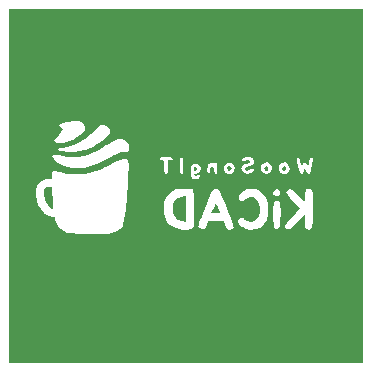
<source format=gbr>
%TF.GenerationSoftware,KiCad,Pcbnew,(6.0.7)*%
%TF.CreationDate,2022-08-22T17:26:44+09:00*%
%TF.ProjectId,LedRouletteShield,4c656452-6f75-46c6-9574-746553686965,rev?*%
%TF.SameCoordinates,Original*%
%TF.FileFunction,Legend,Bot*%
%TF.FilePolarity,Positive*%
%FSLAX46Y46*%
G04 Gerber Fmt 4.6, Leading zero omitted, Abs format (unit mm)*
G04 Created by KiCad (PCBNEW (6.0.7)) date 2022-08-22 17:26:44*
%MOMM*%
%LPD*%
G01*
G04 APERTURE LIST*
G04 APERTURE END LIST*
%TO.C,G\u002A\u002A\u002A*%
G36*
X176766954Y-53011680D02*
G01*
X176843676Y-53112414D01*
X176834042Y-53258936D01*
X176792964Y-53309879D01*
X176677499Y-53349007D01*
X176644107Y-53346950D01*
X176574142Y-53300409D01*
X176555520Y-53168865D01*
X176556913Y-53119550D01*
X176588427Y-53016224D01*
X176677499Y-52988723D01*
X176766954Y-53011680D01*
G37*
G36*
X164572195Y-55255508D02*
G01*
X164575283Y-55299144D01*
X164597841Y-55604366D01*
X164621781Y-55910116D01*
X164642412Y-56156217D01*
X164647314Y-56212047D01*
X164659228Y-56393065D01*
X164649291Y-56488315D01*
X164609358Y-56525297D01*
X164531287Y-56531513D01*
X164480209Y-56526004D01*
X164312991Y-56436776D01*
X164154484Y-56253993D01*
X164016334Y-55997847D01*
X163910185Y-55688529D01*
X163847682Y-55346229D01*
X163834800Y-55187921D01*
X163843884Y-54960744D01*
X163907215Y-54820660D01*
X164036276Y-54749749D01*
X164242550Y-54730094D01*
X164535283Y-54730094D01*
X164572195Y-55255508D01*
G37*
G36*
X182800996Y-52989210D02*
G01*
X182850727Y-53102027D01*
X182845549Y-53203301D01*
X182790679Y-53296261D01*
X182747579Y-53321708D01*
X182652247Y-53339668D01*
X182562642Y-53261821D01*
X182549904Y-53245378D01*
X182504356Y-53110957D01*
X182552967Y-53002975D01*
X182681165Y-52958700D01*
X182800996Y-52989210D01*
G37*
G36*
X175895000Y-56551529D02*
G01*
X175893859Y-56834453D01*
X175889708Y-57141435D01*
X175883059Y-57388532D01*
X175874484Y-57555675D01*
X175864553Y-57622796D01*
X175795546Y-57638909D01*
X175645876Y-57625655D01*
X175460133Y-57586792D01*
X175279206Y-57531132D01*
X175143984Y-57467489D01*
X175013777Y-57352113D01*
X174864341Y-57102720D01*
X174780296Y-56785149D01*
X174770400Y-56423870D01*
X174792389Y-56240589D01*
X174872872Y-55966943D01*
X175016723Y-55767223D01*
X175238749Y-55615885D01*
X175248077Y-55611240D01*
X175456629Y-55540185D01*
X175669823Y-55510802D01*
X175895000Y-55510709D01*
X175895000Y-56551529D01*
G37*
G36*
X178439413Y-56145684D02*
G01*
X178503629Y-56264705D01*
X178586484Y-56441329D01*
X178673970Y-56645399D01*
X178752082Y-56846761D01*
X178760532Y-56900236D01*
X178720558Y-56933491D01*
X178607066Y-56948401D01*
X178396813Y-56951844D01*
X178003508Y-56951844D01*
X178189164Y-56531513D01*
X178208597Y-56487961D01*
X178299161Y-56296709D01*
X178371321Y-56162531D01*
X178410915Y-56112207D01*
X178439413Y-56145684D01*
G37*
G36*
X184258758Y-52935978D02*
G01*
X184360835Y-53011177D01*
X184385927Y-53134109D01*
X184319328Y-53262673D01*
X184262607Y-53308683D01*
X184147579Y-53323202D01*
X184041152Y-53218488D01*
X184006790Y-53087605D01*
X184065736Y-52974879D01*
X184202661Y-52928676D01*
X184258758Y-52935978D01*
G37*
G36*
X160883180Y-69621820D02*
G01*
X160883180Y-55362290D01*
X163171508Y-55362290D01*
X163254761Y-55830185D01*
X163382388Y-56221830D01*
X163572690Y-56583607D01*
X163826856Y-56886155D01*
X163938528Y-56979726D01*
X164140987Y-57105114D01*
X164351713Y-57196943D01*
X164536675Y-57241414D01*
X164661839Y-57224726D01*
X164693100Y-57215082D01*
X164748962Y-57263286D01*
X164787039Y-57399081D01*
X164870255Y-57678026D01*
X164941662Y-57875544D01*
X165013179Y-58017041D01*
X165096724Y-58127918D01*
X165204217Y-58233578D01*
X165290319Y-58302622D01*
X165522228Y-58445448D01*
X165758443Y-58548030D01*
X165828199Y-58568156D01*
X165969497Y-58597480D01*
X166149170Y-58620170D01*
X166383559Y-58637284D01*
X166689007Y-58649878D01*
X167081857Y-58659010D01*
X167578452Y-58665736D01*
X167890097Y-58668425D01*
X168291697Y-58670006D01*
X168648214Y-58669284D01*
X168940899Y-58666384D01*
X169151003Y-58661430D01*
X169259776Y-58654548D01*
X169640969Y-58571137D01*
X170004631Y-58440041D01*
X170292306Y-58279235D01*
X170404205Y-58193430D01*
X170484509Y-58107068D01*
X170539331Y-57995454D01*
X170583621Y-57827497D01*
X170632329Y-57572107D01*
X170661957Y-57403121D01*
X170716347Y-57058278D01*
X170764752Y-56694477D01*
X170791617Y-56451483D01*
X173991447Y-56451483D01*
X174027770Y-56918129D01*
X174120493Y-57283694D01*
X174291950Y-57645680D01*
X174535777Y-57919594D01*
X174861848Y-58115900D01*
X175280041Y-58245064D01*
X175648476Y-58308809D01*
X176003734Y-58332016D01*
X176268834Y-58299948D01*
X176435426Y-58212837D01*
X176442697Y-58205439D01*
X176478182Y-58161317D01*
X176505344Y-58101989D01*
X176516699Y-58051027D01*
X176927272Y-58051027D01*
X176939608Y-58096226D01*
X177039564Y-58217152D01*
X177195455Y-58285386D01*
X177359828Y-58276221D01*
X177422390Y-58232186D01*
X177531186Y-58099938D01*
X177634792Y-57921083D01*
X177783330Y-57612364D01*
X179061190Y-57612364D01*
X179164424Y-57882677D01*
X179198100Y-57961164D01*
X179297180Y-58133023D01*
X179396108Y-58242961D01*
X179430321Y-58266823D01*
X179525155Y-58320449D01*
X179607792Y-58315939D01*
X179738026Y-58255484D01*
X179842272Y-58174661D01*
X179905518Y-58060053D01*
X179894622Y-58000882D01*
X179844559Y-57841865D01*
X179785274Y-57674334D01*
X180284979Y-57674334D01*
X180339603Y-57854617D01*
X180375774Y-57902117D01*
X180502013Y-58013522D01*
X180571089Y-58060053D01*
X180669840Y-58126574D01*
X180976009Y-58256615D01*
X181363150Y-58313989D01*
X181756273Y-58273974D01*
X182126179Y-58140041D01*
X182443668Y-57915662D01*
X182519548Y-57834998D01*
X182708922Y-57520232D01*
X182822103Y-57115987D01*
X182828051Y-57034721D01*
X183280816Y-57034721D01*
X183280945Y-57188117D01*
X183283153Y-57529930D01*
X183289455Y-57776501D01*
X183301603Y-57945986D01*
X183321347Y-58056544D01*
X183350438Y-58126332D01*
X183390627Y-58173506D01*
X183512548Y-58252700D01*
X183660462Y-58253319D01*
X183787894Y-58136266D01*
X183819026Y-58068893D01*
X183837888Y-57982876D01*
X184266028Y-57982876D01*
X184278901Y-58073948D01*
X184335538Y-58157093D01*
X184348752Y-58171345D01*
X184445658Y-58248941D01*
X184549678Y-58270795D01*
X184674927Y-58229737D01*
X184835515Y-58118598D01*
X185045557Y-57930209D01*
X185319166Y-57657399D01*
X185920469Y-57041915D01*
X185921683Y-57553968D01*
X185921688Y-57555976D01*
X185931896Y-57863213D01*
X185962505Y-58071222D01*
X186016372Y-58199476D01*
X186103329Y-58281386D01*
X186274996Y-58331122D01*
X186449407Y-58282754D01*
X186501101Y-58232094D01*
X186549981Y-58127833D01*
X186587078Y-57963898D01*
X186613684Y-57728229D01*
X186631089Y-57408765D01*
X186640585Y-56993446D01*
X186643464Y-56470211D01*
X186643202Y-56227066D01*
X186639787Y-55795999D01*
X186629869Y-55465457D01*
X186610276Y-55222172D01*
X186577837Y-55052875D01*
X186529380Y-54944296D01*
X186461732Y-54883169D01*
X186371721Y-54856222D01*
X186256176Y-54850189D01*
X186245010Y-54850232D01*
X186126733Y-54862648D01*
X186050362Y-54911520D01*
X186006924Y-55017721D01*
X185987443Y-55202123D01*
X185982943Y-55485597D01*
X185982822Y-55523486D01*
X185977375Y-55730232D01*
X185965451Y-55875920D01*
X185949281Y-55931040D01*
X185903607Y-55897615D01*
X185789345Y-55794463D01*
X185625614Y-55638263D01*
X185430609Y-55446031D01*
X185281578Y-55299186D01*
X185050754Y-55087225D01*
X184873295Y-54953925D01*
X184733458Y-54890690D01*
X184615500Y-54888930D01*
X184503680Y-54940049D01*
X184489975Y-54949245D01*
X184403004Y-55029206D01*
X184373356Y-55121915D01*
X184407459Y-55240849D01*
X184408891Y-55243028D01*
X184511738Y-55399484D01*
X184692619Y-55611296D01*
X184956527Y-55889762D01*
X185551388Y-56501489D01*
X185167010Y-56898446D01*
X184932606Y-57140521D01*
X184814162Y-57263517D01*
X184570985Y-57524199D01*
X184403970Y-57721793D01*
X184305017Y-57870088D01*
X184266028Y-57982876D01*
X183837888Y-57982876D01*
X183847493Y-57939071D01*
X183866888Y-57740858D01*
X183878774Y-57457046D01*
X183884714Y-57070426D01*
X183885341Y-56898446D01*
X183882592Y-56585374D01*
X183875258Y-56321448D01*
X183864132Y-56130310D01*
X183850007Y-56035604D01*
X183843916Y-56022040D01*
X183736381Y-55922753D01*
X183574224Y-55887457D01*
X183406503Y-55928047D01*
X183366198Y-55953651D01*
X183331702Y-55996456D01*
X183308002Y-56070522D01*
X183293082Y-56193615D01*
X183284922Y-56383502D01*
X183281907Y-56625697D01*
X183281506Y-56657948D01*
X183280816Y-57034721D01*
X182828051Y-57034721D01*
X182857988Y-56625697D01*
X182855032Y-56514758D01*
X182788300Y-56051929D01*
X182640676Y-55648608D01*
X182421065Y-55315784D01*
X182387209Y-55285683D01*
X183239079Y-55285683D01*
X183354224Y-55417233D01*
X183510907Y-55496092D01*
X183667300Y-55484752D01*
X183798351Y-55358131D01*
X183849270Y-55243028D01*
X183841828Y-55088465D01*
X183758711Y-54970162D01*
X183626401Y-54906842D01*
X183471385Y-54917229D01*
X183320146Y-55020047D01*
X183242642Y-55137243D01*
X183239079Y-55285683D01*
X182387209Y-55285683D01*
X182138371Y-55064446D01*
X181801497Y-54905585D01*
X181419350Y-54850189D01*
X181400990Y-54850317D01*
X181073880Y-54895845D01*
X180783306Y-55012861D01*
X180550038Y-55186171D01*
X180394845Y-55400580D01*
X180338499Y-55640894D01*
X180349999Y-55750566D01*
X180425703Y-55882895D01*
X180559954Y-55923310D01*
X180738448Y-55869930D01*
X180946879Y-55720875D01*
X181090939Y-55613323D01*
X181327035Y-55526673D01*
X181552375Y-55543264D01*
X181755779Y-55652749D01*
X181926071Y-55844783D01*
X182052072Y-56109019D01*
X182122604Y-56435111D01*
X182126490Y-56812713D01*
X182121929Y-56859855D01*
X182045864Y-57169211D01*
X181888285Y-57400914D01*
X181636915Y-57574059D01*
X181558523Y-57611822D01*
X181435259Y-57652848D01*
X181318633Y-57643736D01*
X181150130Y-57585911D01*
X181076499Y-57555563D01*
X180914330Y-57472571D01*
X180816255Y-57399038D01*
X180790589Y-57374693D01*
X180649157Y-57320590D01*
X180481298Y-57323078D01*
X180350508Y-57384184D01*
X180293870Y-57494841D01*
X180284979Y-57674334D01*
X179785274Y-57674334D01*
X179760799Y-57605173D01*
X179650588Y-57309057D01*
X179521177Y-56971767D01*
X179379813Y-56611552D01*
X179233744Y-56246662D01*
X179090218Y-55895348D01*
X178956485Y-55575859D01*
X178839792Y-55306446D01*
X178747388Y-55105358D01*
X178686521Y-54990845D01*
X178647451Y-54943368D01*
X178492190Y-54860348D01*
X178313725Y-54863224D01*
X178160504Y-54955272D01*
X178106868Y-55044453D01*
X178019363Y-55226179D01*
X177905940Y-55481381D01*
X177773922Y-55791673D01*
X177630634Y-56138671D01*
X177483400Y-56503989D01*
X177450464Y-56587613D01*
X177339544Y-56869240D01*
X177206389Y-57216041D01*
X177091261Y-57526006D01*
X177001482Y-57780749D01*
X176944378Y-57961884D01*
X176927272Y-58051027D01*
X176516699Y-58051027D01*
X176525289Y-58012473D01*
X176539125Y-57877783D01*
X176547959Y-57682936D01*
X176552898Y-57412948D01*
X176555049Y-57052835D01*
X176555520Y-56587613D01*
X176555329Y-56447101D01*
X176551459Y-55974920D01*
X176542918Y-55580072D01*
X176530114Y-55273238D01*
X176513459Y-55065099D01*
X176493360Y-54966336D01*
X176493252Y-54966134D01*
X176453747Y-54914283D01*
X176386536Y-54880653D01*
X176268533Y-54861485D01*
X176076652Y-54853022D01*
X175787805Y-54851508D01*
X175515580Y-54855658D01*
X175253496Y-54873076D01*
X175058986Y-54907485D01*
X174902887Y-54962542D01*
X174759678Y-55037517D01*
X174444941Y-55291049D01*
X174207208Y-55621910D01*
X174053652Y-56014066D01*
X173991447Y-56451483D01*
X170791617Y-56451483D01*
X170809304Y-56291509D01*
X170852137Y-55829166D01*
X170895382Y-55287238D01*
X170941173Y-54645516D01*
X170955279Y-54437469D01*
X170988476Y-53922584D01*
X171011486Y-53509874D01*
X171024260Y-53186400D01*
X171026749Y-52939226D01*
X171018904Y-52755414D01*
X171000676Y-52622027D01*
X170972016Y-52526127D01*
X170932874Y-52454776D01*
X170854483Y-52376658D01*
X170738423Y-52335101D01*
X170578114Y-52340625D01*
X170361889Y-52396301D01*
X170078081Y-52505200D01*
X169715022Y-52670396D01*
X169261044Y-52894959D01*
X168989295Y-53031513D01*
X168580249Y-53228287D01*
X168236942Y-53376109D01*
X167934838Y-53481775D01*
X167649400Y-53552080D01*
X167356092Y-53593822D01*
X167030377Y-53613796D01*
X166647719Y-53618799D01*
X166560828Y-53618637D01*
X166226093Y-53613840D01*
X165965654Y-53598978D01*
X165742003Y-53569452D01*
X165517634Y-53520662D01*
X165255042Y-53448010D01*
X165086283Y-53401026D01*
X164858951Y-53346227D01*
X164690810Y-53316300D01*
X164609534Y-53316868D01*
X164582491Y-53366994D01*
X164556222Y-53509756D01*
X164546064Y-53704530D01*
X164546064Y-54052965D01*
X164230816Y-54048742D01*
X164011737Y-54062153D01*
X163689168Y-54159858D01*
X163439958Y-54345847D01*
X163268009Y-54612998D01*
X163177225Y-54954187D01*
X163171508Y-55362290D01*
X160883180Y-55362290D01*
X160883180Y-52060673D01*
X164576307Y-52060673D01*
X164615219Y-52203096D01*
X164775220Y-52469387D01*
X165043748Y-52702946D01*
X165408078Y-52889350D01*
X165858459Y-53022172D01*
X165926136Y-53035329D01*
X166236896Y-53075482D01*
X166588204Y-53096643D01*
X166940357Y-53098344D01*
X167253650Y-53080114D01*
X167488381Y-53041483D01*
X167728141Y-52973556D01*
X167986104Y-52888717D01*
X168241551Y-52788133D01*
X168520915Y-52660389D01*
X168850628Y-52494074D01*
X169218771Y-52298180D01*
X173613203Y-52298180D01*
X173631434Y-52351651D01*
X173739443Y-52421652D01*
X173918351Y-52448298D01*
X173942731Y-52449501D01*
X173991218Y-52472388D01*
X174018621Y-52542988D01*
X174030780Y-52685410D01*
X174033534Y-52923765D01*
X174033593Y-52939226D01*
X174033717Y-52971858D01*
X174039759Y-53204913D01*
X174052628Y-53391259D01*
X174069982Y-53494214D01*
X174090295Y-53531512D01*
X174187552Y-53588059D01*
X174293739Y-53549165D01*
X174301715Y-53530543D01*
X174318128Y-53414241D01*
X174329511Y-53220355D01*
X174333771Y-52978715D01*
X174334301Y-52868629D01*
X175384598Y-52868629D01*
X175385018Y-53093779D01*
X175388989Y-53316432D01*
X175400579Y-53455220D01*
X175423847Y-53531163D01*
X175462851Y-53565288D01*
X175521649Y-53578615D01*
X175577199Y-53583565D01*
X175616358Y-53566970D01*
X175638982Y-53508726D01*
X175648482Y-53389230D01*
X175648266Y-53188879D01*
X175646824Y-53122384D01*
X176279408Y-53122384D01*
X176282557Y-53349659D01*
X176286446Y-53389230D01*
X176305699Y-53585124D01*
X176345130Y-53786127D01*
X176397146Y-53910016D01*
X176512569Y-53997516D01*
X176687530Y-54034637D01*
X176867164Y-54006446D01*
X177012636Y-53920123D01*
X177085110Y-53782847D01*
X177079472Y-53686083D01*
X177007044Y-53654460D01*
X176862896Y-53718767D01*
X176846897Y-53727877D01*
X176718120Y-53757049D01*
X176604445Y-53727824D01*
X176555520Y-53651128D01*
X176589373Y-53611283D01*
X176698986Y-53589196D01*
X176727359Y-53588156D01*
X176921518Y-53521731D01*
X177061918Y-53374656D01*
X177108869Y-53204676D01*
X177696419Y-53204676D01*
X177699007Y-53388344D01*
X177712792Y-53518982D01*
X177744679Y-53574130D01*
X177801501Y-53578066D01*
X177852191Y-53553466D01*
X177904577Y-53453942D01*
X177936608Y-53258415D01*
X177940375Y-53222387D01*
X177967840Y-53056897D01*
X178011866Y-52978500D01*
X178086726Y-52958700D01*
X178101201Y-52959095D01*
X178170234Y-52986266D01*
X178210691Y-53076541D01*
X178236844Y-53258415D01*
X178253406Y-53383109D01*
X178297620Y-53523978D01*
X178367733Y-53577254D01*
X178418922Y-53573513D01*
X178470906Y-53503372D01*
X178507645Y-53335995D01*
X178513550Y-53292360D01*
X178528383Y-53092039D01*
X179076651Y-53092039D01*
X179094493Y-53294616D01*
X179197601Y-53469101D01*
X179237552Y-53502765D01*
X179425841Y-53577395D01*
X179643963Y-53576963D01*
X179840005Y-53499051D01*
X179862403Y-53482015D01*
X179980899Y-53314564D01*
X180007602Y-53141836D01*
X180578688Y-53141836D01*
X180609795Y-53311915D01*
X180736904Y-53464743D01*
X180843017Y-53530356D01*
X181078523Y-53590229D01*
X181315566Y-53560299D01*
X181512150Y-53441807D01*
X181524992Y-53428720D01*
X181620432Y-53312618D01*
X181659539Y-53229757D01*
X181656626Y-53212136D01*
X182216260Y-53212136D01*
X182224969Y-53229757D01*
X182324418Y-53430980D01*
X182358880Y-53471662D01*
X182491783Y-53564027D01*
X182680343Y-53589196D01*
X182741185Y-53587513D01*
X182908710Y-53546332D01*
X183036268Y-53430980D01*
X183074758Y-53376284D01*
X183134753Y-53212136D01*
X183717442Y-53212136D01*
X183825600Y-53430980D01*
X183936328Y-53528572D01*
X184136944Y-53593496D01*
X184348962Y-53567751D01*
X184531342Y-53450220D01*
X184600982Y-53359212D01*
X184665226Y-53166076D01*
X184640709Y-52978411D01*
X184546340Y-52814895D01*
X184401030Y-52694202D01*
X184223686Y-52635009D01*
X184033218Y-52655993D01*
X183848536Y-52775828D01*
X183835389Y-52789427D01*
X183720996Y-52989976D01*
X183718084Y-53171989D01*
X183717442Y-53212136D01*
X183134753Y-53212136D01*
X183149426Y-53171989D01*
X183132864Y-52977052D01*
X183044094Y-52809559D01*
X182902136Y-52687602D01*
X182726013Y-52629268D01*
X182534745Y-52652647D01*
X182347353Y-52775828D01*
X182334207Y-52789427D01*
X182219814Y-52989976D01*
X182216260Y-53212136D01*
X181656626Y-53212136D01*
X181653414Y-53192700D01*
X181583183Y-53134423D01*
X181464994Y-53143625D01*
X181337366Y-53221316D01*
X181223916Y-53307207D01*
X181069426Y-53341851D01*
X180939606Y-53259701D01*
X180912224Y-53220883D01*
X180896060Y-53103012D01*
X180989765Y-53009862D01*
X181185998Y-52950641D01*
X181296130Y-52926881D01*
X181509355Y-52828804D01*
X181629481Y-52687084D01*
X181647513Y-52516800D01*
X181554456Y-52333029D01*
X181518183Y-52295674D01*
X181414067Y-52239103D01*
X185254827Y-52239103D01*
X185257763Y-52379009D01*
X185297699Y-52604457D01*
X185374630Y-52929805D01*
X185432790Y-53148957D01*
X185438424Y-53166076D01*
X185516572Y-53403540D01*
X185594730Y-53547555D01*
X185673007Y-53586276D01*
X185757147Y-53524975D01*
X185852891Y-53368926D01*
X185969749Y-53141145D01*
X186063353Y-53365170D01*
X186084872Y-53411991D01*
X186182729Y-53546569D01*
X186284813Y-53591682D01*
X186369457Y-53535287D01*
X186384998Y-53495186D01*
X186426602Y-53355133D01*
X186483188Y-53144109D01*
X186547139Y-52889779D01*
X186575941Y-52769997D01*
X186628712Y-52528343D01*
X186651028Y-52370595D01*
X186645115Y-52274053D01*
X186613199Y-52216015D01*
X186541188Y-52165157D01*
X186464032Y-52191553D01*
X186396441Y-52324508D01*
X186333073Y-52570787D01*
X186294380Y-52735165D01*
X186250241Y-52874940D01*
X186216993Y-52928676D01*
X186215068Y-52928501D01*
X186167232Y-52873096D01*
X186112036Y-52748534D01*
X186078277Y-52670439D01*
X185989381Y-52580171D01*
X185892886Y-52606872D01*
X185802004Y-52750460D01*
X185773408Y-52814989D01*
X185723754Y-52885688D01*
X185678339Y-52866035D01*
X185627733Y-52746927D01*
X185562508Y-52519260D01*
X185531076Y-52412611D01*
X185453417Y-52233439D01*
X185374910Y-52160928D01*
X185359974Y-52158491D01*
X185288895Y-52170383D01*
X185254827Y-52239103D01*
X181414067Y-52239103D01*
X181351634Y-52205180D01*
X181144935Y-52167689D01*
X180935617Y-52182014D01*
X180761210Y-52246968D01*
X180659247Y-52361362D01*
X180645656Y-52409404D01*
X180668165Y-52506849D01*
X180763038Y-52532757D01*
X180904989Y-52475394D01*
X180955314Y-52444403D01*
X181081869Y-52403616D01*
X181216361Y-52440642D01*
X181311157Y-52498901D01*
X181336899Y-52577763D01*
X181245330Y-52653948D01*
X181038048Y-52724909D01*
X180850720Y-52780498D01*
X180685092Y-52865431D01*
X180601664Y-52979297D01*
X180584517Y-53100599D01*
X180578688Y-53141836D01*
X180007602Y-53141836D01*
X180013977Y-53100599D01*
X179954221Y-52880288D01*
X179863840Y-52744687D01*
X179719743Y-52653800D01*
X179503393Y-52628440D01*
X179417094Y-52639122D01*
X179249714Y-52731956D01*
X179132312Y-52893707D01*
X179083928Y-53066109D01*
X179076651Y-53092039D01*
X178528383Y-53092039D01*
X178530303Y-53066109D01*
X178526874Y-52867037D01*
X178517468Y-52784448D01*
X178485434Y-52696850D01*
X178403609Y-52660857D01*
X178236844Y-52650189D01*
X178171871Y-52650531D01*
X177975624Y-52675513D01*
X177831525Y-52726632D01*
X177772136Y-52771920D01*
X177723787Y-52851886D01*
X177701690Y-52985022D01*
X177697035Y-53178997D01*
X177696419Y-53204676D01*
X177108869Y-53204676D01*
X177115962Y-53178997D01*
X177112785Y-53114171D01*
X177042328Y-52913000D01*
X176881903Y-52790141D01*
X176634798Y-52748534D01*
X176614765Y-52748590D01*
X176453139Y-52760559D01*
X176365555Y-52807903D01*
X176310443Y-52911510D01*
X176299954Y-52945951D01*
X176279408Y-53122384D01*
X175646824Y-53122384D01*
X175641743Y-52888072D01*
X175637054Y-52705706D01*
X175627614Y-52462416D01*
X175613520Y-52308014D01*
X175590909Y-52222494D01*
X175555921Y-52185853D01*
X175504693Y-52178085D01*
X175475332Y-52179645D01*
X175433245Y-52199175D01*
X175406662Y-52257521D01*
X175401604Y-52298180D01*
X175392049Y-52374999D01*
X175385872Y-52571930D01*
X175384598Y-52868629D01*
X174334301Y-52868629D01*
X174334642Y-52797840D01*
X174341539Y-52610522D01*
X174359571Y-52505111D01*
X174393716Y-52458680D01*
X174448954Y-52448298D01*
X174557647Y-52439329D01*
X174699940Y-52386194D01*
X174754102Y-52298180D01*
X174734047Y-52236929D01*
X174643402Y-52184794D01*
X174465188Y-52156553D01*
X174183653Y-52148061D01*
X173950899Y-52153339D01*
X173752787Y-52177193D01*
X173645474Y-52224091D01*
X173613203Y-52298180D01*
X169218771Y-52298180D01*
X169257122Y-52277773D01*
X169502966Y-52145570D01*
X169792316Y-51993714D01*
X170010773Y-51886945D01*
X170178572Y-51817175D01*
X170315953Y-51776317D01*
X170443153Y-51756284D01*
X170580411Y-51748990D01*
X170749984Y-51741940D01*
X170885841Y-51719646D01*
X170964700Y-51669790D01*
X171021883Y-51578752D01*
X171030793Y-51560157D01*
X171081376Y-51326246D01*
X171030840Y-51103187D01*
X170896469Y-50909051D01*
X170695546Y-50761911D01*
X170445355Y-50679837D01*
X170163179Y-50680902D01*
X169992060Y-50719747D01*
X169805984Y-50787907D01*
X169589078Y-50895246D01*
X169319510Y-51052609D01*
X168975444Y-51270841D01*
X168805929Y-51379534D01*
X168343678Y-51656741D01*
X167936150Y-51864144D01*
X167558055Y-52010383D01*
X167184105Y-52104094D01*
X166789010Y-52153916D01*
X166347482Y-52168488D01*
X166165232Y-52166889D01*
X165793565Y-52148902D01*
X165472080Y-52106557D01*
X165152326Y-52034419D01*
X164879395Y-51969221D01*
X164695588Y-51947758D01*
X164598827Y-51976901D01*
X164576307Y-52060673D01*
X160883180Y-52060673D01*
X160883180Y-51492286D01*
X164966395Y-51492286D01*
X164985323Y-51514612D01*
X165088557Y-51570936D01*
X165251620Y-51635745D01*
X165417565Y-51684651D01*
X165863395Y-51753051D01*
X166356936Y-51756734D01*
X166861372Y-51696783D01*
X167339892Y-51574282D01*
X167580377Y-51484864D01*
X167988886Y-51297945D01*
X168376983Y-51079598D01*
X168729201Y-50841739D01*
X169030074Y-50596283D01*
X169264133Y-50355144D01*
X169415911Y-50130237D01*
X169469941Y-49933477D01*
X169466837Y-49904825D01*
X169406812Y-49765710D01*
X169294418Y-49621456D01*
X169153787Y-49511383D01*
X168950921Y-49447979D01*
X168722351Y-49480763D01*
X168460901Y-49612455D01*
X168333430Y-49711097D01*
X168159394Y-49845772D01*
X167810653Y-50183433D01*
X167793203Y-50201530D01*
X167295889Y-50640543D01*
X166749489Y-50977814D01*
X166141232Y-51219801D01*
X165458349Y-51372963D01*
X165377356Y-51385962D01*
X165167523Y-51426055D01*
X165021297Y-51463737D01*
X164966395Y-51492286D01*
X160883180Y-51492286D01*
X160883180Y-50733422D01*
X164742924Y-50733422D01*
X164746896Y-50856113D01*
X164842353Y-50945003D01*
X164956504Y-50981921D01*
X165188917Y-50999525D01*
X165470982Y-50977508D01*
X165765760Y-50916991D01*
X166000410Y-50840035D01*
X166339113Y-50688945D01*
X166658889Y-50503943D01*
X166940717Y-50299343D01*
X167165574Y-50089459D01*
X167314438Y-49888606D01*
X167368286Y-49711097D01*
X167361919Y-49624746D01*
X167272374Y-49401330D01*
X167086390Y-49231480D01*
X166815842Y-49123490D01*
X166472605Y-49085650D01*
X166436572Y-49086493D01*
X166221870Y-49112024D01*
X165963830Y-49166088D01*
X165694830Y-49239142D01*
X165447248Y-49321639D01*
X165253463Y-49404035D01*
X165145850Y-49476785D01*
X165114679Y-49525647D01*
X165137363Y-49579067D01*
X165258918Y-49632384D01*
X165365099Y-49682181D01*
X165433802Y-49770801D01*
X165412237Y-49893608D01*
X165297450Y-50061805D01*
X165086490Y-50286596D01*
X165022713Y-50350820D01*
X164833756Y-50567976D01*
X164742924Y-50733422D01*
X160883180Y-50733422D01*
X160883180Y-39598180D01*
X190906820Y-39598180D01*
X190906820Y-69621820D01*
X160883180Y-69621820D01*
G37*
G36*
X179538227Y-52939301D02*
G01*
X179547862Y-52940542D01*
X179687148Y-53004527D01*
X179733466Y-53123194D01*
X179673448Y-53264396D01*
X179638011Y-53300642D01*
X179527557Y-53340330D01*
X179436766Y-53275854D01*
X179388623Y-53118951D01*
X179384095Y-52986940D01*
X179424611Y-52936526D01*
X179538227Y-52939301D01*
G37*
%TD*%
M02*

</source>
